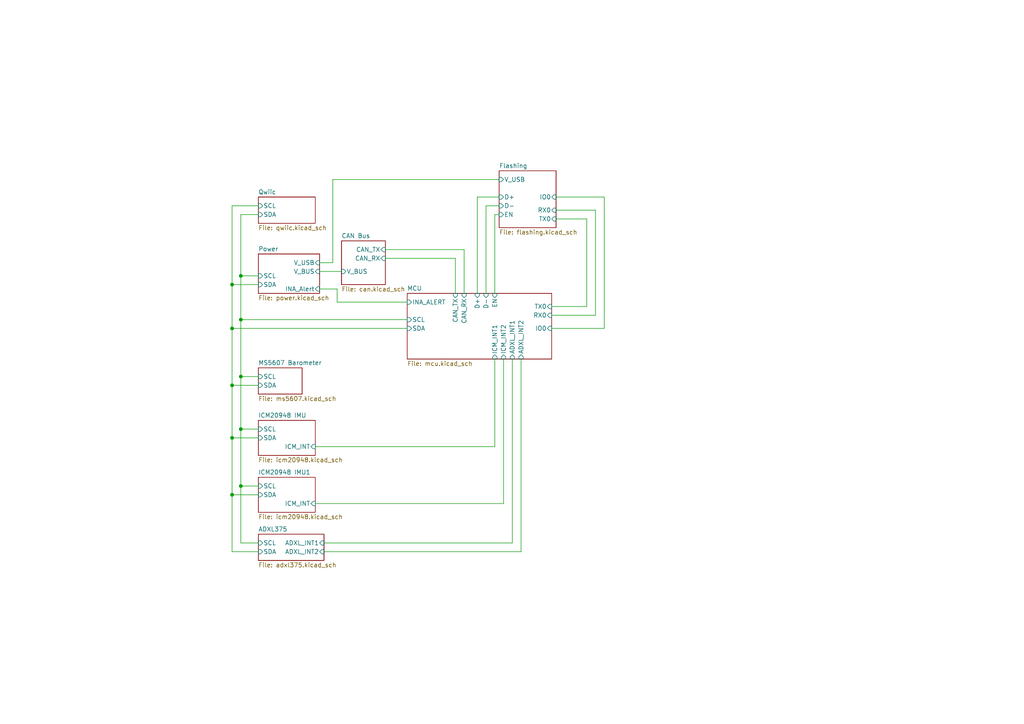
<source format=kicad_sch>
(kicad_sch
	(version 20231120)
	(generator "eeschema")
	(generator_version "8.0")
	(uuid "568ef623-46cd-43a0-973b-beb7ed7a2642")
	(paper "A4")
	(title_block
		(title "Flight Computer")
		(company "Project Cesium")
	)
	(lib_symbols)
	(junction
		(at 69.85 80.01)
		(diameter 0)
		(color 0 0 0 0)
		(uuid "0aaa5fe8-365e-47ef-9469-d82483dad547")
	)
	(junction
		(at 69.85 140.97)
		(diameter 0)
		(color 0 0 0 0)
		(uuid "3f63efa1-1852-4293-813d-d22c57366244")
	)
	(junction
		(at 69.85 92.71)
		(diameter 0)
		(color 0 0 0 0)
		(uuid "42578348-0d79-48a5-9b3b-7e66be0843c1")
	)
	(junction
		(at 67.31 82.55)
		(diameter 0)
		(color 0 0 0 0)
		(uuid "5235ddf3-c276-4639-b08c-8446ae7203fa")
	)
	(junction
		(at 69.85 124.46)
		(diameter 0)
		(color 0 0 0 0)
		(uuid "657c593d-c1ff-486e-8faa-e1a98fd8b3ab")
	)
	(junction
		(at 67.31 95.25)
		(diameter 0)
		(color 0 0 0 0)
		(uuid "717ab98f-dc04-4080-9a5d-daa5ceb534ad")
	)
	(junction
		(at 67.31 127)
		(diameter 0)
		(color 0 0 0 0)
		(uuid "aa061f6e-fd2a-4459-81e5-8e93254f6781")
	)
	(junction
		(at 67.31 111.76)
		(diameter 0)
		(color 0 0 0 0)
		(uuid "ccd414a1-7dca-4e47-aac2-304ee97bd027")
	)
	(junction
		(at 67.31 143.51)
		(diameter 0)
		(color 0 0 0 0)
		(uuid "e4d8bce5-0186-4e20-8ce3-be1a730ba133")
	)
	(junction
		(at 69.85 109.22)
		(diameter 0)
		(color 0 0 0 0)
		(uuid "e9e2164b-dc04-4e24-bdd5-fa5b61054b6c")
	)
	(wire
		(pts
			(xy 146.05 146.05) (xy 91.44 146.05)
		)
		(stroke
			(width 0)
			(type default)
		)
		(uuid "0464dc45-9ddb-4e9b-8fbf-58decac26f20")
	)
	(wire
		(pts
			(xy 148.59 104.14) (xy 148.59 157.48)
		)
		(stroke
			(width 0)
			(type default)
		)
		(uuid "0520b0a9-bfe9-4528-91da-8c2ea4010fbc")
	)
	(wire
		(pts
			(xy 97.79 87.63) (xy 118.11 87.63)
		)
		(stroke
			(width 0)
			(type default)
		)
		(uuid "06863ea1-8d07-4829-bd59-c7e195123845")
	)
	(wire
		(pts
			(xy 74.93 62.23) (xy 69.85 62.23)
		)
		(stroke
			(width 0)
			(type default)
		)
		(uuid "0e54ea9b-9746-4025-b43c-cac6443809d9")
	)
	(wire
		(pts
			(xy 170.18 63.5) (xy 161.29 63.5)
		)
		(stroke
			(width 0)
			(type default)
		)
		(uuid "1ee272fc-5dad-4b81-853d-9e282fac12bc")
	)
	(wire
		(pts
			(xy 91.44 129.54) (xy 143.51 129.54)
		)
		(stroke
			(width 0)
			(type default)
		)
		(uuid "2148650e-7524-4f94-b1db-22d81594a3ad")
	)
	(wire
		(pts
			(xy 151.13 160.02) (xy 151.13 104.14)
		)
		(stroke
			(width 0)
			(type default)
		)
		(uuid "284f376d-71ed-4522-be37-d1da270c1bb5")
	)
	(wire
		(pts
			(xy 69.85 157.48) (xy 69.85 140.97)
		)
		(stroke
			(width 0)
			(type default)
		)
		(uuid "2a8c6356-ddcc-40b3-8f53-280bcbce9e62")
	)
	(wire
		(pts
			(xy 67.31 111.76) (xy 74.93 111.76)
		)
		(stroke
			(width 0)
			(type default)
		)
		(uuid "2df478f8-a71f-4941-9944-64d4531cc83e")
	)
	(wire
		(pts
			(xy 132.08 74.93) (xy 111.76 74.93)
		)
		(stroke
			(width 0)
			(type default)
		)
		(uuid "36392297-28ab-476f-891d-6632c90080f9")
	)
	(wire
		(pts
			(xy 74.93 157.48) (xy 69.85 157.48)
		)
		(stroke
			(width 0)
			(type default)
		)
		(uuid "38946fe1-fe6b-46c8-89fd-def834fbabfa")
	)
	(wire
		(pts
			(xy 138.43 57.15) (xy 138.43 85.09)
		)
		(stroke
			(width 0)
			(type default)
		)
		(uuid "3a26295a-7923-46cd-88f3-232808abd8b1")
	)
	(wire
		(pts
			(xy 69.85 92.71) (xy 118.11 92.71)
		)
		(stroke
			(width 0)
			(type default)
		)
		(uuid "3b86536b-ee8e-4dc8-9bf9-2e560883b70c")
	)
	(wire
		(pts
			(xy 92.71 76.2) (xy 96.52 76.2)
		)
		(stroke
			(width 0)
			(type default)
		)
		(uuid "3c91788e-bb06-4ba5-96ed-689162ec8b9b")
	)
	(wire
		(pts
			(xy 161.29 60.96) (xy 172.72 60.96)
		)
		(stroke
			(width 0)
			(type default)
		)
		(uuid "3ff13248-9044-4c44-b04f-6c9c16b96214")
	)
	(wire
		(pts
			(xy 132.08 74.93) (xy 132.08 85.09)
		)
		(stroke
			(width 0)
			(type default)
		)
		(uuid "4400e5a6-4a3c-4660-8f63-8ca50f4cdb26")
	)
	(wire
		(pts
			(xy 92.71 78.74) (xy 99.06 78.74)
		)
		(stroke
			(width 0)
			(type default)
		)
		(uuid "49f9b375-2c77-45df-bdae-103eb4f43382")
	)
	(wire
		(pts
			(xy 146.05 104.14) (xy 146.05 146.05)
		)
		(stroke
			(width 0)
			(type default)
		)
		(uuid "547961e4-0469-40d1-8c24-5479bf57dadb")
	)
	(wire
		(pts
			(xy 170.18 88.9) (xy 170.18 63.5)
		)
		(stroke
			(width 0)
			(type default)
		)
		(uuid "59f913fe-e0d7-4c49-916b-f0cabf407da8")
	)
	(wire
		(pts
			(xy 74.93 127) (xy 67.31 127)
		)
		(stroke
			(width 0)
			(type default)
		)
		(uuid "5aaaabeb-8dba-4408-8c43-5cfd313f9456")
	)
	(wire
		(pts
			(xy 69.85 140.97) (xy 69.85 124.46)
		)
		(stroke
			(width 0)
			(type default)
		)
		(uuid "5dd3cd47-df42-4bef-add0-380e3174eadf")
	)
	(wire
		(pts
			(xy 172.72 91.44) (xy 160.02 91.44)
		)
		(stroke
			(width 0)
			(type default)
		)
		(uuid "6181772d-41e0-48e1-ad12-4980db5c00d3")
	)
	(wire
		(pts
			(xy 97.79 83.82) (xy 97.79 87.63)
		)
		(stroke
			(width 0)
			(type default)
		)
		(uuid "67e6b5c0-fc2b-48f3-9431-093be9ce834a")
	)
	(wire
		(pts
			(xy 148.59 157.48) (xy 93.98 157.48)
		)
		(stroke
			(width 0)
			(type default)
		)
		(uuid "69577031-99ca-41e2-a502-d41e4336b155")
	)
	(wire
		(pts
			(xy 143.51 85.09) (xy 143.51 62.23)
		)
		(stroke
			(width 0)
			(type default)
		)
		(uuid "6b8b55b8-bb52-4e9b-b042-5676840d6f07")
	)
	(wire
		(pts
			(xy 69.85 124.46) (xy 69.85 109.22)
		)
		(stroke
			(width 0)
			(type default)
		)
		(uuid "70631759-c9f0-4858-b895-1ae0765331c4")
	)
	(wire
		(pts
			(xy 143.51 62.23) (xy 144.78 62.23)
		)
		(stroke
			(width 0)
			(type default)
		)
		(uuid "74636c0d-e09e-4927-876a-bac77b856323")
	)
	(wire
		(pts
			(xy 93.98 160.02) (xy 151.13 160.02)
		)
		(stroke
			(width 0)
			(type default)
		)
		(uuid "7672ce7d-eecd-41b8-8d75-3587e6534059")
	)
	(wire
		(pts
			(xy 74.93 124.46) (xy 69.85 124.46)
		)
		(stroke
			(width 0)
			(type default)
		)
		(uuid "76c9f735-9cd0-4495-aacf-bf874bfd2d60")
	)
	(wire
		(pts
			(xy 69.85 109.22) (xy 74.93 109.22)
		)
		(stroke
			(width 0)
			(type default)
		)
		(uuid "7bc8d252-0249-402c-8852-a16e6d23a3b9")
	)
	(wire
		(pts
			(xy 67.31 95.25) (xy 67.31 111.76)
		)
		(stroke
			(width 0)
			(type default)
		)
		(uuid "7f7f0c47-4283-4e6e-937e-2fbea80d9c1f")
	)
	(wire
		(pts
			(xy 67.31 143.51) (xy 67.31 160.02)
		)
		(stroke
			(width 0)
			(type default)
		)
		(uuid "8217e54a-4cca-4819-b282-f6ba6498c50b")
	)
	(wire
		(pts
			(xy 69.85 140.97) (xy 74.93 140.97)
		)
		(stroke
			(width 0)
			(type default)
		)
		(uuid "83ab726a-19a3-4e67-8fe3-ba2f0df3fca5")
	)
	(wire
		(pts
			(xy 74.93 59.69) (xy 67.31 59.69)
		)
		(stroke
			(width 0)
			(type default)
		)
		(uuid "8d25a052-de06-42ad-b601-a8177cd6b613")
	)
	(wire
		(pts
			(xy 144.78 57.15) (xy 138.43 57.15)
		)
		(stroke
			(width 0)
			(type default)
		)
		(uuid "9922db59-d131-4441-ba7e-27ba7a3577ff")
	)
	(wire
		(pts
			(xy 69.85 92.71) (xy 69.85 109.22)
		)
		(stroke
			(width 0)
			(type default)
		)
		(uuid "9bdd4e2c-0a4b-41c1-b13b-953112df587e")
	)
	(wire
		(pts
			(xy 67.31 82.55) (xy 67.31 95.25)
		)
		(stroke
			(width 0)
			(type default)
		)
		(uuid "b06446ac-55a3-414c-b64f-48b7aff510a2")
	)
	(wire
		(pts
			(xy 140.97 59.69) (xy 144.78 59.69)
		)
		(stroke
			(width 0)
			(type default)
		)
		(uuid "b2014a07-4595-4913-9e97-4a7fae681709")
	)
	(wire
		(pts
			(xy 96.52 76.2) (xy 96.52 52.07)
		)
		(stroke
			(width 0)
			(type default)
		)
		(uuid "b287a22c-a153-4534-a57f-ead1eb9c2dd4")
	)
	(wire
		(pts
			(xy 67.31 82.55) (xy 74.93 82.55)
		)
		(stroke
			(width 0)
			(type default)
		)
		(uuid "b4ea3844-618f-4b3e-9835-9c804433b230")
	)
	(wire
		(pts
			(xy 69.85 62.23) (xy 69.85 80.01)
		)
		(stroke
			(width 0)
			(type default)
		)
		(uuid "b52e966d-2f6f-4697-a02f-76b74a9f61bd")
	)
	(wire
		(pts
			(xy 67.31 95.25) (xy 118.11 95.25)
		)
		(stroke
			(width 0)
			(type default)
		)
		(uuid "c4b40342-bef5-4a97-beda-e59ad1aab936")
	)
	(wire
		(pts
			(xy 172.72 60.96) (xy 172.72 91.44)
		)
		(stroke
			(width 0)
			(type default)
		)
		(uuid "c5887ff4-35ae-4f5c-b242-241a194e9239")
	)
	(wire
		(pts
			(xy 143.51 129.54) (xy 143.51 104.14)
		)
		(stroke
			(width 0)
			(type default)
		)
		(uuid "c60a9187-a812-44b5-8761-9d33091fe791")
	)
	(wire
		(pts
			(xy 69.85 80.01) (xy 69.85 92.71)
		)
		(stroke
			(width 0)
			(type default)
		)
		(uuid "c7349c6c-2dcf-4b55-b421-be293d836c47")
	)
	(wire
		(pts
			(xy 111.76 72.39) (xy 134.62 72.39)
		)
		(stroke
			(width 0)
			(type default)
		)
		(uuid "c7ad088a-9289-49d4-bf47-673cf23349f8")
	)
	(wire
		(pts
			(xy 69.85 80.01) (xy 74.93 80.01)
		)
		(stroke
			(width 0)
			(type default)
		)
		(uuid "cd322a7e-4c05-455a-8621-7a282a82ac6d")
	)
	(wire
		(pts
			(xy 160.02 88.9) (xy 170.18 88.9)
		)
		(stroke
			(width 0)
			(type default)
		)
		(uuid "d1f460cd-8170-4eed-a6d8-4551ecfb3ad8")
	)
	(wire
		(pts
			(xy 67.31 143.51) (xy 74.93 143.51)
		)
		(stroke
			(width 0)
			(type default)
		)
		(uuid "d4b40265-15d3-40ea-bb9b-563cb6aafa5a")
	)
	(wire
		(pts
			(xy 140.97 85.09) (xy 140.97 59.69)
		)
		(stroke
			(width 0)
			(type default)
		)
		(uuid "d7c42676-c5aa-4295-a044-fc4d5a067dec")
	)
	(wire
		(pts
			(xy 67.31 127) (xy 67.31 143.51)
		)
		(stroke
			(width 0)
			(type default)
		)
		(uuid "da13f196-4593-4001-a32c-b869173fbbe8")
	)
	(wire
		(pts
			(xy 175.26 57.15) (xy 161.29 57.15)
		)
		(stroke
			(width 0)
			(type default)
		)
		(uuid "da309830-3fd3-42fe-84c8-ed34b3a4a216")
	)
	(wire
		(pts
			(xy 134.62 85.09) (xy 134.62 72.39)
		)
		(stroke
			(width 0)
			(type default)
		)
		(uuid "de0c79c9-c3fa-4b41-b374-3b41a206645b")
	)
	(wire
		(pts
			(xy 92.71 83.82) (xy 97.79 83.82)
		)
		(stroke
			(width 0)
			(type default)
		)
		(uuid "de8bd67c-af7c-4597-9c70-ac2f8d68d96f")
	)
	(wire
		(pts
			(xy 96.52 52.07) (xy 144.78 52.07)
		)
		(stroke
			(width 0)
			(type default)
		)
		(uuid "e666083f-d02f-4fed-a044-b5278dcba6d9")
	)
	(wire
		(pts
			(xy 67.31 59.69) (xy 67.31 82.55)
		)
		(stroke
			(width 0)
			(type default)
		)
		(uuid "e7bda7cd-ad8a-45d3-add3-07f092d32683")
	)
	(wire
		(pts
			(xy 175.26 95.25) (xy 175.26 57.15)
		)
		(stroke
			(width 0)
			(type default)
		)
		(uuid "ecd0081d-5f75-4a6b-b0a2-ae26a768b824")
	)
	(wire
		(pts
			(xy 67.31 160.02) (xy 74.93 160.02)
		)
		(stroke
			(width 0)
			(type default)
		)
		(uuid "f4dc8b69-a80d-45ed-993a-3ae45e2a61a7")
	)
	(wire
		(pts
			(xy 160.02 95.25) (xy 175.26 95.25)
		)
		(stroke
			(width 0)
			(type default)
		)
		(uuid "f77fbfa3-62f7-457a-9efc-c5b43e76e044")
	)
	(wire
		(pts
			(xy 67.31 127) (xy 67.31 111.76)
		)
		(stroke
			(width 0)
			(type default)
		)
		(uuid "fb28979d-7497-402f-9cba-a38f455f6ad6")
	)
	(sheet
		(at 144.78 49.53)
		(size 16.51 16.51)
		(fields_autoplaced yes)
		(stroke
			(width 0.1524)
			(type solid)
		)
		(fill
			(color 0 0 0 0.0000)
		)
		(uuid "03470d52-36d4-4c8e-a637-24fe330090a2")
		(property "Sheetname" "Flashing"
			(at 144.78 48.8184 0)
			(effects
				(font
					(size 1.27 1.27)
				)
				(justify left bottom)
			)
		)
		(property "Sheetfile" "flashing.kicad_sch"
			(at 144.78 66.6246 0)
			(effects
				(font
					(size 1.27 1.27)
				)
				(justify left top)
			)
		)
		(pin "V_USB" input
			(at 144.78 52.07 180)
			(effects
				(font
					(size 1.27 1.27)
				)
				(justify left)
			)
			(uuid "ccfd5809-5d79-4add-bf24-ae47f9bf1067")
		)
		(pin "EN" input
			(at 144.78 62.23 180)
			(effects
				(font
					(size 1.27 1.27)
				)
				(justify left)
			)
			(uuid "2cab7e45-ce59-4c56-b86b-604bd7b8afb6")
		)
		(pin "RX0" input
			(at 161.29 60.96 0)
			(effects
				(font
					(size 1.27 1.27)
				)
				(justify right)
			)
			(uuid "13519df8-eb77-4c52-96e0-1ccfe1639ea1")
		)
		(pin "TX0" input
			(at 161.29 63.5 0)
			(effects
				(font
					(size 1.27 1.27)
				)
				(justify right)
			)
			(uuid "82e91036-2056-48f8-bc2a-683e1054eda6")
		)
		(pin "IO0" input
			(at 161.29 57.15 0)
			(effects
				(font
					(size 1.27 1.27)
				)
				(justify right)
			)
			(uuid "0a19096a-7e6a-4aa0-9ad5-b378674991c3")
		)
		(pin "D-" input
			(at 144.78 59.69 180)
			(effects
				(font
					(size 1.27 1.27)
				)
				(justify left)
			)
			(uuid "12b60dee-1816-49c2-a03e-f6571b9ba047")
		)
		(pin "D+" input
			(at 144.78 57.15 180)
			(effects
				(font
					(size 1.27 1.27)
				)
				(justify left)
			)
			(uuid "6a0158b2-a137-4793-bc4a-b08931d2868e")
		)
		(instances
			(project "Flight Computer V1"
				(path "/568ef623-46cd-43a0-973b-beb7ed7a2642"
					(page "6")
				)
			)
		)
	)
	(sheet
		(at 99.06 69.85)
		(size 12.7 12.7)
		(fields_autoplaced yes)
		(stroke
			(width 0.1524)
			(type solid)
		)
		(fill
			(color 0 0 0 0.0000)
		)
		(uuid "037705fd-658d-48db-9009-e8d262c39cea")
		(property "Sheetname" "CAN Bus"
			(at 99.06 69.1384 0)
			(effects
				(font
					(size 1.27 1.27)
				)
				(justify left bottom)
			)
		)
		(property "Sheetfile" "can.kicad_sch"
			(at 99.06 83.1346 0)
			(effects
				(font
					(size 1.27 1.27)
				)
				(justify left top)
			)
		)
		(pin "CAN_RX" input
			(at 111.76 74.93 0)
			(effects
				(font
					(size 1.27 1.27)
				)
				(justify right)
			)
			(uuid "6471fb0c-e218-42dd-b50a-e3cf145f2678")
		)
		(pin "CAN_TX" input
			(at 111.76 72.39 0)
			(effects
				(font
					(size 1.27 1.27)
				)
				(justify right)
			)
			(uuid "7f745161-8ebd-45d5-98cc-675c6441e57f")
		)
		(pin "V_BUS" input
			(at 99.06 78.74 180)
			(effects
				(font
					(size 1.27 1.27)
				)
				(justify left)
			)
			(uuid "9390be44-d9ad-47f0-8450-4dc2466182eb")
		)
		(instances
			(project "Flight Computer V1"
				(path "/568ef623-46cd-43a0-973b-beb7ed7a2642"
					(page "4")
				)
			)
		)
	)
	(sheet
		(at 74.93 121.92)
		(size 16.51 10.16)
		(fields_autoplaced yes)
		(stroke
			(width 0.1524)
			(type solid)
		)
		(fill
			(color 0 0 0 0.0000)
		)
		(uuid "38b78f0c-5dee-489b-93f7-a3cdc5fa9a1f")
		(property "Sheetname" "ICM20948 IMU"
			(at 74.93 121.2084 0)
			(effects
				(font
					(size 1.27 1.27)
				)
				(justify left bottom)
			)
		)
		(property "Sheetfile" "icm20948.kicad_sch"
			(at 74.93 132.6646 0)
			(effects
				(font
					(size 1.27 1.27)
				)
				(justify left top)
			)
		)
		(pin "SDA" input
			(at 74.93 127 180)
			(effects
				(font
					(size 1.27 1.27)
				)
				(justify left)
			)
			(uuid "040d9826-e5bd-4f05-aac8-a4639214f1c4")
		)
		(pin "SCL" input
			(at 74.93 124.46 180)
			(effects
				(font
					(size 1.27 1.27)
				)
				(justify left)
			)
			(uuid "ef8d2a77-58b4-4bf9-b11e-7564cffa748e")
		)
		(pin "ICM_INT" input
			(at 91.44 129.54 0)
			(effects
				(font
					(size 1.27 1.27)
				)
				(justify right)
			)
			(uuid "901792c5-a6bd-4e33-bffd-c1f6dc6d37f2")
		)
		(instances
			(project "Flight Computer V1"
				(path "/568ef623-46cd-43a0-973b-beb7ed7a2642"
					(page "3")
				)
			)
		)
	)
	(sheet
		(at 74.93 106.68)
		(size 12.7 7.62)
		(fields_autoplaced yes)
		(stroke
			(width 0.1524)
			(type solid)
		)
		(fill
			(color 0 0 0 0.0000)
		)
		(uuid "4764feb2-4440-4234-a461-e1a6da290135")
		(property "Sheetname" "MS5607 Barometer"
			(at 74.93 105.9684 0)
			(effects
				(font
					(size 1.27 1.27)
				)
				(justify left bottom)
			)
		)
		(property "Sheetfile" "ms5607.kicad_sch"
			(at 74.93 114.8846 0)
			(effects
				(font
					(size 1.27 1.27)
				)
				(justify left top)
			)
		)
		(pin "SDA" input
			(at 74.93 111.76 180)
			(effects
				(font
					(size 1.27 1.27)
				)
				(justify left)
			)
			(uuid "1fd25280-d299-4b1d-9699-997a15da1fc5")
		)
		(pin "SCL" input
			(at 74.93 109.22 180)
			(effects
				(font
					(size 1.27 1.27)
				)
				(justify left)
			)
			(uuid "7a9322a7-978c-4f22-b1d6-0318d823a4f0")
		)
		(instances
			(project "Flight Computer V1"
				(path "/568ef623-46cd-43a0-973b-beb7ed7a2642"
					(page "2")
				)
			)
		)
	)
	(sheet
		(at 74.93 57.15)
		(size 16.51 7.62)
		(fields_autoplaced yes)
		(stroke
			(width 0.1524)
			(type solid)
		)
		(fill
			(color 0 0 0 0.0000)
		)
		(uuid "a60cd5fa-9704-4ac3-855d-07d9d9c8dd9c")
		(property "Sheetname" "Qwiic"
			(at 74.93 56.4384 0)
			(effects
				(font
					(size 1.27 1.27)
				)
				(justify left bottom)
			)
		)
		(property "Sheetfile" "qwiic.kicad_sch"
			(at 74.93 65.3546 0)
			(effects
				(font
					(size 1.27 1.27)
				)
				(justify left top)
			)
		)
		(pin "SDA" input
			(at 74.93 62.23 180)
			(effects
				(font
					(size 1.27 1.27)
				)
				(justify left)
			)
			(uuid "e80086f9-29b6-41d5-b4fa-fc4910048a7e")
		)
		(pin "SCL" input
			(at 74.93 59.69 180)
			(effects
				(font
					(size 1.27 1.27)
				)
				(justify left)
			)
			(uuid "9ba9cb49-430a-4cfd-8b5b-cd621b3062d6")
		)
		(instances
			(project "Flight Computer V1"
				(path "/568ef623-46cd-43a0-973b-beb7ed7a2642"
					(page "8")
				)
			)
		)
	)
	(sheet
		(at 74.93 138.43)
		(size 16.51 10.16)
		(fields_autoplaced yes)
		(stroke
			(width 0.1524)
			(type solid)
		)
		(fill
			(color 0 0 0 0.0000)
		)
		(uuid "b09755a0-29ba-4692-83df-94f095cb8616")
		(property "Sheetname" "ICM20948 IMU1"
			(at 74.93 137.7184 0)
			(effects
				(font
					(size 1.27 1.27)
				)
				(justify left bottom)
			)
		)
		(property "Sheetfile" "icm20948.kicad_sch"
			(at 74.93 149.1746 0)
			(effects
				(font
					(size 1.27 1.27)
				)
				(justify left top)
			)
		)
		(pin "SDA" input
			(at 74.93 143.51 180)
			(effects
				(font
					(size 1.27 1.27)
				)
				(justify left)
			)
			(uuid "4a4c12ac-6b57-4298-8b2f-3fa019d145ef")
		)
		(pin "SCL" input
			(at 74.93 140.97 180)
			(effects
				(font
					(size 1.27 1.27)
				)
				(justify left)
			)
			(uuid "78d285aa-da64-46f5-b851-f3468e723dc5")
		)
		(pin "ICM_INT" input
			(at 91.44 146.05 0)
			(effects
				(font
					(size 1.27 1.27)
				)
				(justify right)
			)
			(uuid "baa8e413-b30d-42b1-987a-958e73a875ff")
		)
		(instances
			(project "Flight Computer V1"
				(path "/568ef623-46cd-43a0-973b-beb7ed7a2642"
					(page "10")
				)
			)
		)
	)
	(sheet
		(at 118.11 85.09)
		(size 41.91 19.05)
		(fields_autoplaced yes)
		(stroke
			(width 0.1524)
			(type solid)
		)
		(fill
			(color 0 0 0 0.0000)
		)
		(uuid "d7406597-861c-4eaf-8d27-6c6937b989d8")
		(property "Sheetname" "MCU"
			(at 118.11 84.3784 0)
			(effects
				(font
					(size 1.27 1.27)
				)
				(justify left bottom)
			)
		)
		(property "Sheetfile" "mcu.kicad_sch"
			(at 118.11 104.7246 0)
			(effects
				(font
					(size 1.27 1.27)
				)
				(justify left top)
			)
		)
		(pin "EN" input
			(at 143.51 85.09 90)
			(effects
				(font
					(size 1.27 1.27)
				)
				(justify right)
			)
			(uuid "2f6b04d3-5127-4fb1-8649-699def40ae10")
		)
		(pin "SCL" input
			(at 118.11 92.71 180)
			(effects
				(font
					(size 1.27 1.27)
				)
				(justify left)
			)
			(uuid "9287eb79-e70b-46fb-80f7-844bbc78acbf")
		)
		(pin "SDA" input
			(at 118.11 95.25 180)
			(effects
				(font
					(size 1.27 1.27)
				)
				(justify left)
			)
			(uuid "f8f6d741-8052-483f-a6d3-0fdbd2627580")
		)
		(pin "IO0" input
			(at 160.02 95.25 0)
			(effects
				(font
					(size 1.27 1.27)
				)
				(justify right)
			)
			(uuid "95bcbb41-645a-4dc5-a4f5-31b1d1b4abf9")
		)
		(pin "TX0" input
			(at 160.02 88.9 0)
			(effects
				(font
					(size 1.27 1.27)
				)
				(justify right)
			)
			(uuid "6da0e2a0-81f5-470a-b017-993c04b2670a")
		)
		(pin "RX0" input
			(at 160.02 91.44 0)
			(effects
				(font
					(size 1.27 1.27)
				)
				(justify right)
			)
			(uuid "22077381-73e2-4010-a7fb-2fbe6c5da1c0")
		)
		(pin "CAN_TX" input
			(at 132.08 85.09 90)
			(effects
				(font
					(size 1.27 1.27)
				)
				(justify right)
			)
			(uuid "5df31ba2-4213-44c8-a40b-1e048bcb513f")
		)
		(pin "CAN_RX" input
			(at 134.62 85.09 90)
			(effects
				(font
					(size 1.27 1.27)
				)
				(justify right)
			)
			(uuid "8f9d9fc2-cfde-4ebb-a066-24d5303cbb29")
		)
		(pin "D+" input
			(at 138.43 85.09 90)
			(effects
				(font
					(size 1.27 1.27)
				)
				(justify right)
			)
			(uuid "98c350f9-9a5d-4b60-a87a-aa21b88a9ad8")
		)
		(pin "D-" input
			(at 140.97 85.09 90)
			(effects
				(font
					(size 1.27 1.27)
				)
				(justify right)
			)
			(uuid "ebb53969-cf9b-44db-a51f-e4f3de2fe3cf")
		)
		(pin "ADXL_INT1" input
			(at 148.59 104.14 270)
			(effects
				(font
					(size 1.27 1.27)
				)
				(justify left)
			)
			(uuid "7f1e71eb-0c8a-4947-a1ba-f2ddb30cb723")
		)
		(pin "ADXL_INT2" input
			(at 151.13 104.14 270)
			(effects
				(font
					(size 1.27 1.27)
				)
				(justify left)
			)
			(uuid "5c132a10-ca8b-4924-95c2-2a4833813a2b")
		)
		(pin "INA_ALERT" input
			(at 118.11 87.63 180)
			(effects
				(font
					(size 1.27 1.27)
				)
				(justify left)
			)
			(uuid "5dc61490-a19f-43e6-834e-7bef24d4062a")
		)
		(pin "ICM_INT1" input
			(at 143.51 104.14 270)
			(effects
				(font
					(size 1.27 1.27)
				)
				(justify left)
			)
			(uuid "91997580-63ac-45b9-84d0-e97feed11167")
		)
		(pin "ICM_INT2" input
			(at 146.05 104.14 270)
			(effects
				(font
					(size 1.27 1.27)
				)
				(justify left)
			)
			(uuid "1dd319a8-3ba7-4a8d-bbe5-9bf0d861ab2e")
		)
		(instances
			(project "Flight Computer V1"
				(path "/568ef623-46cd-43a0-973b-beb7ed7a2642"
					(page "7")
				)
			)
		)
	)
	(sheet
		(at 74.93 154.94)
		(size 19.05 7.62)
		(fields_autoplaced yes)
		(stroke
			(width 0.1524)
			(type solid)
		)
		(fill
			(color 0 0 0 0.0000)
		)
		(uuid "df7b7393-10e4-41db-b37d-8ae3897dc608")
		(property "Sheetname" "ADXL375"
			(at 74.93 154.2284 0)
			(effects
				(font
					(size 1.27 1.27)
				)
				(justify left bottom)
			)
		)
		(property "Sheetfile" "adxl375.kicad_sch"
			(at 74.93 163.1446 0)
			(effects
				(font
					(size 1.27 1.27)
				)
				(justify left top)
			)
		)
		(pin "ADXL_INT2" input
			(at 93.98 160.02 0)
			(effects
				(font
					(size 1.27 1.27)
				)
				(justify right)
			)
			(uuid "f64afe5e-eaee-4d8e-926f-2dabe32ee13a")
		)
		(pin "ADXL_INT1" input
			(at 93.98 157.48 0)
			(effects
				(font
					(size 1.27 1.27)
				)
				(justify right)
			)
			(uuid "7175dd09-f470-4064-b8b5-787af4b7807f")
		)
		(pin "SDA" input
			(at 74.93 160.02 180)
			(effects
				(font
					(size 1.27 1.27)
				)
				(justify left)
			)
			(uuid "5cb48429-4dc0-444b-bdb7-8b31ec22ed87")
		)
		(pin "SCL" input
			(at 74.93 157.48 180)
			(effects
				(font
					(size 1.27 1.27)
				)
				(justify left)
			)
			(uuid "2ded6cff-fd7a-4f56-94f8-a25eeaa4c575")
		)
		(instances
			(project "Flight Computer V1"
				(path "/568ef623-46cd-43a0-973b-beb7ed7a2642"
					(page "9")
				)
			)
		)
	)
	(sheet
		(at 74.93 73.66)
		(size 17.78 11.43)
		(fields_autoplaced yes)
		(stroke
			(width 0.1524)
			(type solid)
		)
		(fill
			(color 0 0 0 0.0000)
		)
		(uuid "f529c634-216c-4594-a51e-b9001fadeb6f")
		(property "Sheetname" "Power"
			(at 74.93 72.9484 0)
			(effects
				(font
					(size 1.27 1.27)
				)
				(justify left bottom)
			)
		)
		(property "Sheetfile" "power.kicad_sch"
			(at 74.93 85.6746 0)
			(effects
				(font
					(size 1.27 1.27)
				)
				(justify left top)
			)
		)
		(pin "SDA" input
			(at 74.93 82.55 180)
			(effects
				(font
					(size 1.27 1.27)
				)
				(justify left)
			)
			(uuid "adf3aac8-09b3-417e-8ceb-b71240bce840")
		)
		(pin "INA_Alert" input
			(at 92.71 83.82 0)
			(effects
				(font
					(size 1.27 1.27)
				)
				(justify right)
			)
			(uuid "e12eb916-9a9f-4559-9be9-a66196aad1e8")
		)
		(pin "V_USB" input
			(at 92.71 76.2 0)
			(effects
				(font
					(size 1.27 1.27)
				)
				(justify right)
			)
			(uuid "c90724ed-08a2-45f0-b28b-3ed64ea99b40")
		)
		(pin "SCL" input
			(at 74.93 80.01 180)
			(effects
				(font
					(size 1.27 1.27)
				)
				(justify left)
			)
			(uuid "70af99ef-5080-470b-a306-f0ae30e6d5af")
		)
		(pin "V_BUS" input
			(at 92.71 78.74 0)
			(effects
				(font
					(size 1.27 1.27)
				)
				(justify right)
			)
			(uuid "6509ed13-7b52-4a9f-9d2c-50a4b95af43f")
		)
		(instances
			(project "Flight Computer V1"
				(path "/568ef623-46cd-43a0-973b-beb7ed7a2642"
					(page "5")
				)
			)
		)
	)
	(sheet_instances
		(path "/"
			(page "1")
		)
	)
)

</source>
